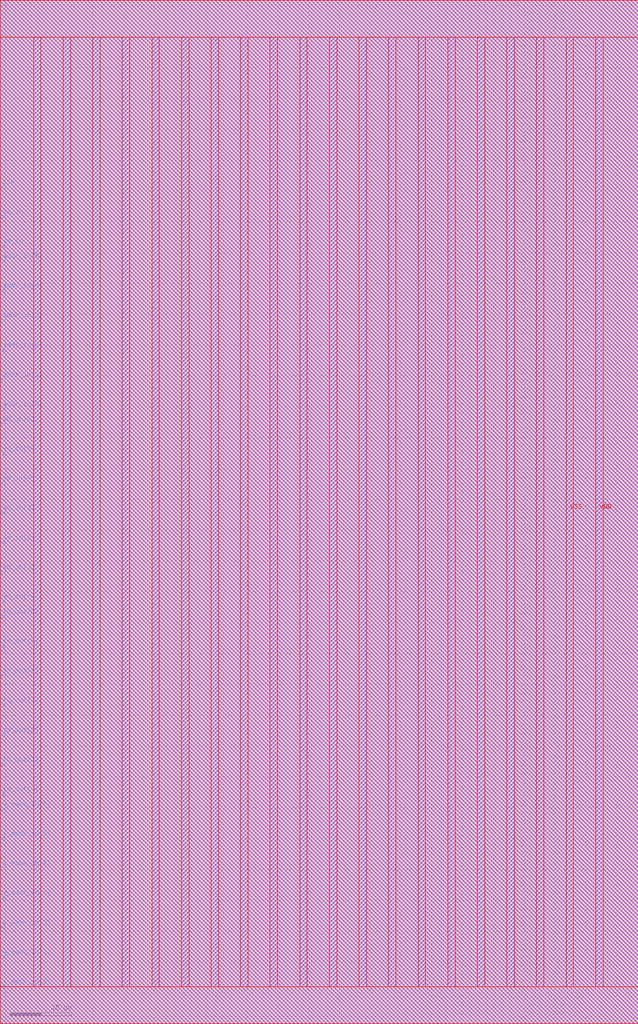
<source format=lef>
VERSION 5.7 ;
BUSBITCHARS "[]" ;
MACRO fakeram130_64x7
  FOREIGN fakeram130_64x7 0 0 ;
  SYMMETRY X Y R90 ;
  SIZE 103.500 BY 165.920 ;
  CLASS BLOCK ;
  PIN w_mask_in[0]
    DIRECTION INPUT ;
    USE SIGNAL ;
    SHAPE ABUTMENT ;
    PORT
      LAYER met3 ;
      RECT 0.000 5.850 0.800 6.150 ;
    END
  END w_mask_in[0]
  PIN w_mask_in[1]
    DIRECTION INPUT ;
    USE SIGNAL ;
    SHAPE ABUTMENT ;
    PORT
      LAYER met3 ;
      RECT 0.000 10.650 0.800 10.950 ;
    END
  END w_mask_in[1]
  PIN w_mask_in[2]
    DIRECTION INPUT ;
    USE SIGNAL ;
    SHAPE ABUTMENT ;
    PORT
      LAYER met3 ;
      RECT 0.000 15.450 0.800 15.750 ;
    END
  END w_mask_in[2]
  PIN w_mask_in[3]
    DIRECTION INPUT ;
    USE SIGNAL ;
    SHAPE ABUTMENT ;
    PORT
      LAYER met3 ;
      RECT 0.000 20.250 0.800 20.550 ;
    END
  END w_mask_in[3]
  PIN w_mask_in[4]
    DIRECTION INPUT ;
    USE SIGNAL ;
    SHAPE ABUTMENT ;
    PORT
      LAYER met3 ;
      RECT 0.000 25.050 0.800 25.350 ;
    END
  END w_mask_in[4]
  PIN w_mask_in[5]
    DIRECTION INPUT ;
    USE SIGNAL ;
    SHAPE ABUTMENT ;
    PORT
      LAYER met3 ;
      RECT 0.000 29.850 0.800 30.150 ;
    END
  END w_mask_in[5]
  PIN w_mask_in[6]
    DIRECTION INPUT ;
    USE SIGNAL ;
    SHAPE ABUTMENT ;
    PORT
      LAYER met3 ;
      RECT 0.000 34.650 0.800 34.950 ;
    END
  END w_mask_in[6]
  PIN rd_out[0]
    DIRECTION OUTPUT ;
    USE SIGNAL ;
    SHAPE ABUTMENT ;
    PORT
      LAYER met3 ;
      RECT 0.000 37.050 0.800 37.350 ;
    END
  END rd_out[0]
  PIN rd_out[1]
    DIRECTION OUTPUT ;
    USE SIGNAL ;
    SHAPE ABUTMENT ;
    PORT
      LAYER met3 ;
      RECT 0.000 41.850 0.800 42.150 ;
    END
  END rd_out[1]
  PIN rd_out[2]
    DIRECTION OUTPUT ;
    USE SIGNAL ;
    SHAPE ABUTMENT ;
    PORT
      LAYER met3 ;
      RECT 0.000 46.650 0.800 46.950 ;
    END
  END rd_out[2]
  PIN rd_out[3]
    DIRECTION OUTPUT ;
    USE SIGNAL ;
    SHAPE ABUTMENT ;
    PORT
      LAYER met3 ;
      RECT 0.000 51.450 0.800 51.750 ;
    END
  END rd_out[3]
  PIN rd_out[4]
    DIRECTION OUTPUT ;
    USE SIGNAL ;
    SHAPE ABUTMENT ;
    PORT
      LAYER met3 ;
      RECT 0.000 56.250 0.800 56.550 ;
    END
  END rd_out[4]
  PIN rd_out[5]
    DIRECTION OUTPUT ;
    USE SIGNAL ;
    SHAPE ABUTMENT ;
    PORT
      LAYER met3 ;
      RECT 0.000 61.050 0.800 61.350 ;
    END
  END rd_out[5]
  PIN rd_out[6]
    DIRECTION OUTPUT ;
    USE SIGNAL ;
    SHAPE ABUTMENT ;
    PORT
      LAYER met3 ;
      RECT 0.000 65.850 0.800 66.150 ;
    END
  END rd_out[6]
  PIN wd_in[0]
    DIRECTION INPUT ;
    USE SIGNAL ;
    SHAPE ABUTMENT ;
    PORT
      LAYER met3 ;
      RECT 0.000 68.250 0.800 68.550 ;
    END
  END wd_in[0]
  PIN wd_in[1]
    DIRECTION INPUT ;
    USE SIGNAL ;
    SHAPE ABUTMENT ;
    PORT
      LAYER met3 ;
      RECT 0.000 73.050 0.800 73.350 ;
    END
  END wd_in[1]
  PIN wd_in[2]
    DIRECTION INPUT ;
    USE SIGNAL ;
    SHAPE ABUTMENT ;
    PORT
      LAYER met3 ;
      RECT 0.000 77.850 0.800 78.150 ;
    END
  END wd_in[2]
  PIN wd_in[3]
    DIRECTION INPUT ;
    USE SIGNAL ;
    SHAPE ABUTMENT ;
    PORT
      LAYER met3 ;
      RECT 0.000 82.650 0.800 82.950 ;
    END
  END wd_in[3]
  PIN wd_in[4]
    DIRECTION INPUT ;
    USE SIGNAL ;
    SHAPE ABUTMENT ;
    PORT
      LAYER met3 ;
      RECT 0.000 87.450 0.800 87.750 ;
    END
  END wd_in[4]
  PIN wd_in[5]
    DIRECTION INPUT ;
    USE SIGNAL ;
    SHAPE ABUTMENT ;
    PORT
      LAYER met3 ;
      RECT 0.000 92.250 0.800 92.550 ;
    END
  END wd_in[5]
  PIN wd_in[6]
    DIRECTION INPUT ;
    USE SIGNAL ;
    SHAPE ABUTMENT ;
    PORT
      LAYER met3 ;
      RECT 0.000 97.050 0.800 97.350 ;
    END
  END wd_in[6]
  PIN addr_in[0]
    DIRECTION INPUT ;
    USE SIGNAL ;
    SHAPE ABUTMENT ;
    PORT
      LAYER met3 ;
      RECT 0.000 99.450 0.800 99.750 ;
    END
  END addr_in[0]
  PIN addr_in[1]
    DIRECTION INPUT ;
    USE SIGNAL ;
    SHAPE ABUTMENT ;
    PORT
      LAYER met3 ;
      RECT 0.000 104.250 0.800 104.550 ;
    END
  END addr_in[1]
  PIN addr_in[2]
    DIRECTION INPUT ;
    USE SIGNAL ;
    SHAPE ABUTMENT ;
    PORT
      LAYER met3 ;
      RECT 0.000 109.050 0.800 109.350 ;
    END
  END addr_in[2]
  PIN addr_in[3]
    DIRECTION INPUT ;
    USE SIGNAL ;
    SHAPE ABUTMENT ;
    PORT
      LAYER met3 ;
      RECT 0.000 113.850 0.800 114.150 ;
    END
  END addr_in[3]
  PIN addr_in[4]
    DIRECTION INPUT ;
    USE SIGNAL ;
    SHAPE ABUTMENT ;
    PORT
      LAYER met3 ;
      RECT 0.000 118.650 0.800 118.950 ;
    END
  END addr_in[4]
  PIN addr_in[5]
    DIRECTION INPUT ;
    USE SIGNAL ;
    SHAPE ABUTMENT ;
    PORT
      LAYER met3 ;
      RECT 0.000 123.450 0.800 123.750 ;
    END
  END addr_in[5]
  PIN we_in
    DIRECTION INPUT ;
    USE SIGNAL ;
    SHAPE ABUTMENT ;
    PORT
      LAYER met3 ;
      RECT 0.000 125.850 0.800 126.150 ;
    END
  END we_in
  PIN ce_in
    DIRECTION INPUT ;
    USE SIGNAL ;
    SHAPE ABUTMENT ;
    PORT
      LAYER met3 ;
      RECT 0.000 130.650 0.800 130.950 ;
    END
  END ce_in
  PIN clk
    DIRECTION INPUT ;
    USE SIGNAL ;
    SHAPE ABUTMENT ;
    PORT
      LAYER met3 ;
      RECT 0.000 135.450 0.800 135.750 ;
    END
  END clk
  PIN VSS
    DIRECTION INOUT ;
    USE GROUND ;
    PORT
      LAYER met4 ;
      RECT 5.400 6.000 6.600 159.920 ;
      RECT 15.000 6.000 16.200 159.920 ;
      RECT 24.600 6.000 25.800 159.920 ;
      RECT 34.200 6.000 35.400 159.920 ;
      RECT 43.800 6.000 45.000 159.920 ;
      RECT 53.400 6.000 54.600 159.920 ;
      RECT 63.000 6.000 64.200 159.920 ;
      RECT 72.600 6.000 73.800 159.920 ;
      RECT 82.200 6.000 83.400 159.920 ;
      RECT 91.800 6.000 93.000 159.920 ;
    END
  END VSS
  PIN VDD
    DIRECTION INOUT ;
    USE POWER ;
    PORT
      LAYER met4 ;
      RECT 10.200 6.000 11.400 159.920 ;
      RECT 19.800 6.000 21.000 159.920 ;
      RECT 29.400 6.000 30.600 159.920 ;
      RECT 39.000 6.000 40.200 159.920 ;
      RECT 48.600 6.000 49.800 159.920 ;
      RECT 58.200 6.000 59.400 159.920 ;
      RECT 67.800 6.000 69.000 159.920 ;
      RECT 77.400 6.000 78.600 159.920 ;
      RECT 87.000 6.000 88.200 159.920 ;
      RECT 96.600 6.000 97.800 159.920 ;
    END
  END VDD
  OBS
    LAYER met1 ;
    RECT 0 0 103.500 165.920 ;
    LAYER met2 ;
    RECT 0 0 103.500 165.920 ;
    LAYER met3 ;
    RECT 0.800 0 103.500 165.920 ;
    RECT 0 0.000 0.800 5.850 ;
    RECT 0 6.150 0.800 10.650 ;
    RECT 0 10.950 0.800 15.450 ;
    RECT 0 15.750 0.800 20.250 ;
    RECT 0 20.550 0.800 25.050 ;
    RECT 0 25.350 0.800 29.850 ;
    RECT 0 30.150 0.800 34.650 ;
    RECT 0 34.950 0.800 37.050 ;
    RECT 0 37.350 0.800 41.850 ;
    RECT 0 42.150 0.800 46.650 ;
    RECT 0 46.950 0.800 51.450 ;
    RECT 0 51.750 0.800 56.250 ;
    RECT 0 56.550 0.800 61.050 ;
    RECT 0 61.350 0.800 65.850 ;
    RECT 0 66.150 0.800 68.250 ;
    RECT 0 68.550 0.800 73.050 ;
    RECT 0 73.350 0.800 77.850 ;
    RECT 0 78.150 0.800 82.650 ;
    RECT 0 82.950 0.800 87.450 ;
    RECT 0 87.750 0.800 92.250 ;
    RECT 0 92.550 0.800 97.050 ;
    RECT 0 97.350 0.800 99.450 ;
    RECT 0 99.750 0.800 104.250 ;
    RECT 0 104.550 0.800 109.050 ;
    RECT 0 109.350 0.800 113.850 ;
    RECT 0 114.150 0.800 118.650 ;
    RECT 0 118.950 0.800 123.450 ;
    RECT 0 123.750 0.800 125.850 ;
    RECT 0 126.150 0.800 130.650 ;
    RECT 0 130.950 0.800 135.450 ;
    RECT 0 135.750 0.800 165.920 ;
    LAYER met4 ;
    RECT 0 0 103.500 6.000 ;
    RECT 0 159.920 103.500 165.920 ;
    RECT 0.000 6.000 5.400 159.920 ;
    RECT 6.600 6.000 10.200 159.920 ;
    RECT 11.400 6.000 15.000 159.920 ;
    RECT 16.200 6.000 19.800 159.920 ;
    RECT 21.000 6.000 24.600 159.920 ;
    RECT 25.800 6.000 29.400 159.920 ;
    RECT 30.600 6.000 34.200 159.920 ;
    RECT 35.400 6.000 39.000 159.920 ;
    RECT 40.200 6.000 43.800 159.920 ;
    RECT 45.000 6.000 48.600 159.920 ;
    RECT 49.800 6.000 53.400 159.920 ;
    RECT 54.600 6.000 58.200 159.920 ;
    RECT 59.400 6.000 63.000 159.920 ;
    RECT 64.200 6.000 67.800 159.920 ;
    RECT 69.000 6.000 72.600 159.920 ;
    RECT 73.800 6.000 77.400 159.920 ;
    RECT 78.600 6.000 82.200 159.920 ;
    RECT 83.400 6.000 87.000 159.920 ;
    RECT 88.200 6.000 91.800 159.920 ;
    RECT 93.000 6.000 96.600 159.920 ;
    RECT 97.800 6.000 103.500 159.920 ;
    LAYER OVERLAP ;
    RECT 0 0 103.500 165.920 ;
  END
END fakeram130_64x7

END LIBRARY

</source>
